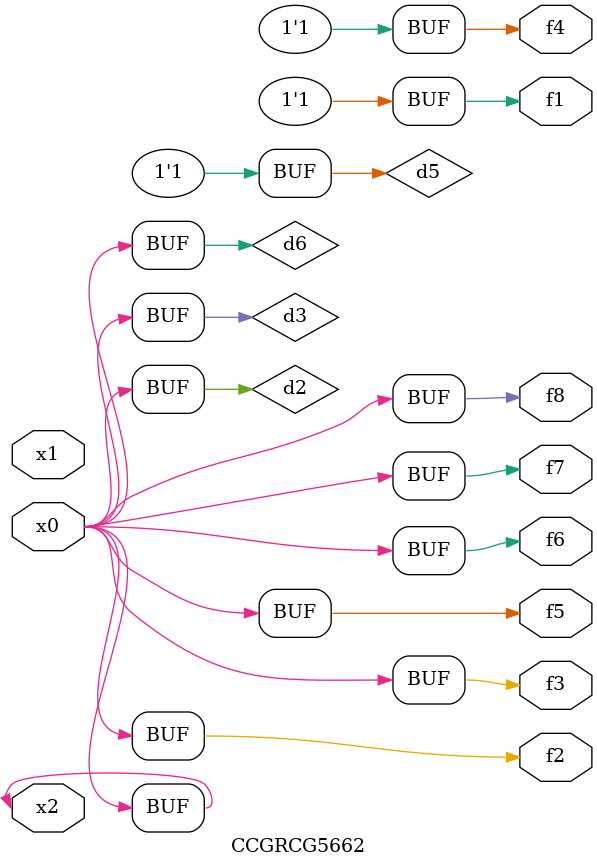
<source format=v>
module CCGRCG5662(
	input x0, x1, x2,
	output f1, f2, f3, f4, f5, f6, f7, f8
);

	wire d1, d2, d3, d4, d5, d6;

	xnor (d1, x2);
	buf (d2, x0, x2);
	and (d3, x0);
	xnor (d4, x1, x2);
	nand (d5, d1, d3);
	buf (d6, d2, d3);
	assign f1 = d5;
	assign f2 = d6;
	assign f3 = d6;
	assign f4 = d5;
	assign f5 = d6;
	assign f6 = d6;
	assign f7 = d6;
	assign f8 = d6;
endmodule

</source>
